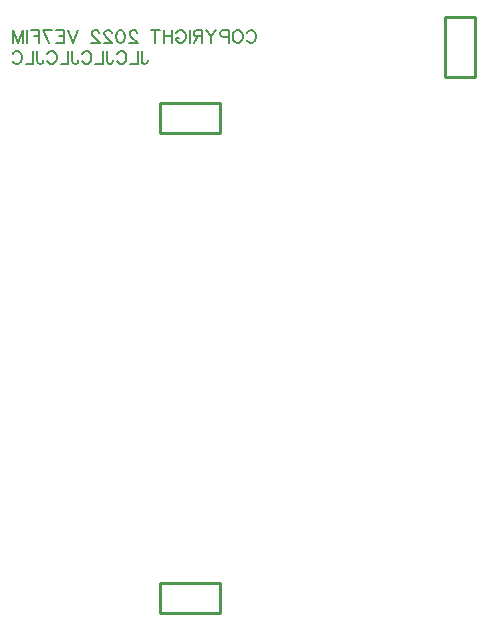
<source format=gbo>
G04 Layer: BottomSilkscreenLayer*
G04 Panelize: , Column: 2, Row: 2, Board Size: 58.42mm x 58.42mm, Panelized Board Size: 118.84mm x 118.84mm*
G04 EasyEDA v6.5.34, 2023-08-21 18:11:39*
G04 c5000755a1824bbf9c005c744657698a,5a6b42c53f6a479593ecc07194224c93,10*
G04 Gerber Generator version 0.2*
G04 Scale: 100 percent, Rotated: No, Reflected: No *
G04 Dimensions in millimeters *
G04 leading zeros omitted , absolute positions ,4 integer and 5 decimal *
%FSLAX45Y45*%
%MOMM*%

%ADD10C,0.1520*%
%ADD11C,0.1524*%
%ADD12C,0.2540*%

%LPD*%
D10*
X1878444Y5423938D02*
G01*
X1878444Y5340812D01*
X1883641Y5325224D01*
X1888835Y5320029D01*
X1899226Y5314835D01*
X1909617Y5314835D01*
X1920008Y5320029D01*
X1925205Y5325224D01*
X1930400Y5340812D01*
X1930400Y5351203D01*
X1844154Y5423938D02*
G01*
X1844154Y5314835D01*
X1844154Y5314835D02*
G01*
X1781810Y5314835D01*
X1669587Y5397962D02*
G01*
X1674784Y5408353D01*
X1685175Y5418744D01*
X1695564Y5423938D01*
X1716346Y5423938D01*
X1726737Y5418744D01*
X1737128Y5408353D01*
X1742325Y5397962D01*
X1747520Y5382374D01*
X1747520Y5356397D01*
X1742325Y5340812D01*
X1737128Y5330421D01*
X1726737Y5320029D01*
X1716346Y5314835D01*
X1695564Y5314835D01*
X1685175Y5320029D01*
X1674784Y5330421D01*
X1669587Y5340812D01*
X1583344Y5423938D02*
G01*
X1583344Y5340812D01*
X1588538Y5325224D01*
X1593735Y5320029D01*
X1604124Y5314835D01*
X1614515Y5314835D01*
X1624906Y5320029D01*
X1630103Y5325224D01*
X1635297Y5340812D01*
X1635297Y5351203D01*
X1549054Y5423938D02*
G01*
X1549054Y5314835D01*
X1549054Y5314835D02*
G01*
X1486707Y5314835D01*
X1374485Y5397962D02*
G01*
X1379682Y5408353D01*
X1390073Y5418744D01*
X1400464Y5423938D01*
X1421244Y5423938D01*
X1431635Y5418744D01*
X1442026Y5408353D01*
X1447223Y5397962D01*
X1452417Y5382374D01*
X1452417Y5356397D01*
X1447223Y5340812D01*
X1442026Y5330421D01*
X1431635Y5320029D01*
X1421244Y5314835D01*
X1400464Y5314835D01*
X1390073Y5320029D01*
X1379682Y5330421D01*
X1374485Y5340812D01*
X1288242Y5423938D02*
G01*
X1288242Y5340812D01*
X1293436Y5325224D01*
X1298633Y5320029D01*
X1309024Y5314835D01*
X1319415Y5314835D01*
X1329804Y5320029D01*
X1335001Y5325224D01*
X1340195Y5340812D01*
X1340195Y5351203D01*
X1253952Y5423938D02*
G01*
X1253952Y5314835D01*
X1253952Y5314835D02*
G01*
X1191605Y5314835D01*
X1079385Y5397962D02*
G01*
X1084579Y5408353D01*
X1094971Y5418744D01*
X1105362Y5423938D01*
X1126144Y5423938D01*
X1136535Y5418744D01*
X1146924Y5408353D01*
X1152121Y5397962D01*
X1157315Y5382374D01*
X1157315Y5356397D01*
X1152121Y5340812D01*
X1146924Y5330421D01*
X1136535Y5320029D01*
X1126144Y5314835D01*
X1105362Y5314835D01*
X1094971Y5320029D01*
X1084579Y5330421D01*
X1079385Y5340812D01*
X993139Y5423938D02*
G01*
X993139Y5340812D01*
X998334Y5325224D01*
X1003531Y5320029D01*
X1013922Y5314835D01*
X1024313Y5314835D01*
X1034704Y5320029D01*
X1039898Y5325224D01*
X1045095Y5340812D01*
X1045095Y5351203D01*
X958850Y5423938D02*
G01*
X958850Y5314835D01*
X958850Y5314835D02*
G01*
X896505Y5314835D01*
X784283Y5397962D02*
G01*
X789477Y5408353D01*
X799868Y5418744D01*
X810260Y5423938D01*
X831042Y5423938D01*
X841433Y5418744D01*
X851824Y5408353D01*
X857018Y5397962D01*
X862215Y5382374D01*
X862215Y5356397D01*
X857018Y5340812D01*
X851824Y5330421D01*
X841433Y5320029D01*
X831042Y5314835D01*
X810260Y5314835D01*
X799868Y5320029D01*
X789477Y5330421D01*
X784283Y5340812D01*
D11*
X2766822Y5575807D02*
G01*
X2772156Y5586221D01*
X2782570Y5596636D01*
X2792729Y5601715D01*
X2813558Y5601715D01*
X2823972Y5596636D01*
X2834386Y5586221D01*
X2839720Y5575807D01*
X2844800Y5560060D01*
X2844800Y5534152D01*
X2839720Y5518657D01*
X2834386Y5508244D01*
X2823972Y5497829D01*
X2813558Y5492750D01*
X2792729Y5492750D01*
X2782570Y5497829D01*
X2772156Y5508244D01*
X2766822Y5518657D01*
X2701290Y5601715D02*
G01*
X2711704Y5596636D01*
X2722118Y5586221D01*
X2727452Y5575807D01*
X2732531Y5560060D01*
X2732531Y5534152D01*
X2727452Y5518657D01*
X2722118Y5508244D01*
X2711704Y5497829D01*
X2701290Y5492750D01*
X2680715Y5492750D01*
X2670302Y5497829D01*
X2659888Y5508244D01*
X2654554Y5518657D01*
X2649474Y5534152D01*
X2649474Y5560060D01*
X2654554Y5575807D01*
X2659888Y5586221D01*
X2670302Y5596636D01*
X2680715Y5601715D01*
X2701290Y5601715D01*
X2615184Y5601715D02*
G01*
X2615184Y5492750D01*
X2615184Y5601715D02*
G01*
X2568447Y5601715D01*
X2552700Y5596636D01*
X2547620Y5591302D01*
X2542540Y5580887D01*
X2542540Y5565394D01*
X2547620Y5554979D01*
X2552700Y5549900D01*
X2568447Y5544565D01*
X2615184Y5544565D01*
X2508250Y5601715D02*
G01*
X2466593Y5549900D01*
X2466593Y5492750D01*
X2424938Y5601715D02*
G01*
X2466593Y5549900D01*
X2390647Y5601715D02*
G01*
X2390647Y5492750D01*
X2390647Y5601715D02*
G01*
X2343911Y5601715D01*
X2328418Y5596636D01*
X2323084Y5591302D01*
X2318004Y5580887D01*
X2318004Y5570473D01*
X2323084Y5560060D01*
X2328418Y5554979D01*
X2343911Y5549900D01*
X2390647Y5549900D01*
X2354325Y5549900D02*
G01*
X2318004Y5492750D01*
X2283713Y5601715D02*
G01*
X2283713Y5492750D01*
X2171445Y5575807D02*
G01*
X2176779Y5586221D01*
X2186940Y5596636D01*
X2197354Y5601715D01*
X2218181Y5601715D01*
X2228595Y5596636D01*
X2239009Y5586221D01*
X2244090Y5575807D01*
X2249424Y5560060D01*
X2249424Y5534152D01*
X2244090Y5518657D01*
X2239009Y5508244D01*
X2228595Y5497829D01*
X2218181Y5492750D01*
X2197354Y5492750D01*
X2186940Y5497829D01*
X2176779Y5508244D01*
X2171445Y5518657D01*
X2171445Y5534152D01*
X2197354Y5534152D02*
G01*
X2171445Y5534152D01*
X2137156Y5601715D02*
G01*
X2137156Y5492750D01*
X2064511Y5601715D02*
G01*
X2064511Y5492750D01*
X2137156Y5549900D02*
G01*
X2064511Y5549900D01*
X1993900Y5601715D02*
G01*
X1993900Y5492750D01*
X2030222Y5601715D02*
G01*
X1957324Y5601715D01*
X1837944Y5575807D02*
G01*
X1837944Y5580887D01*
X1832610Y5591302D01*
X1827529Y5596636D01*
X1817115Y5601715D01*
X1796287Y5601715D01*
X1785873Y5596636D01*
X1780794Y5591302D01*
X1775460Y5580887D01*
X1775460Y5570473D01*
X1780794Y5560060D01*
X1791207Y5544565D01*
X1843023Y5492750D01*
X1770379Y5492750D01*
X1704847Y5601715D02*
G01*
X1720595Y5596636D01*
X1731010Y5580887D01*
X1736089Y5554979D01*
X1736089Y5539486D01*
X1731010Y5513323D01*
X1720595Y5497829D01*
X1704847Y5492750D01*
X1694434Y5492750D01*
X1678939Y5497829D01*
X1668526Y5513323D01*
X1663445Y5539486D01*
X1663445Y5554979D01*
X1668526Y5580887D01*
X1678939Y5596636D01*
X1694434Y5601715D01*
X1704847Y5601715D01*
X1623821Y5575807D02*
G01*
X1623821Y5580887D01*
X1618742Y5591302D01*
X1613407Y5596636D01*
X1602994Y5601715D01*
X1582420Y5601715D01*
X1572005Y5596636D01*
X1566671Y5591302D01*
X1561592Y5580887D01*
X1561592Y5570473D01*
X1566671Y5560060D01*
X1577086Y5544565D01*
X1629155Y5492750D01*
X1556257Y5492750D01*
X1516887Y5575807D02*
G01*
X1516887Y5580887D01*
X1511554Y5591302D01*
X1506473Y5596636D01*
X1496060Y5601715D01*
X1475231Y5601715D01*
X1464818Y5596636D01*
X1459737Y5591302D01*
X1454404Y5580887D01*
X1454404Y5570473D01*
X1459737Y5560060D01*
X1470152Y5544565D01*
X1521968Y5492750D01*
X1449323Y5492750D01*
X1335023Y5601715D02*
G01*
X1293368Y5492750D01*
X1251965Y5601715D02*
G01*
X1293368Y5492750D01*
X1217676Y5601715D02*
G01*
X1217676Y5492750D01*
X1217676Y5601715D02*
G01*
X1150112Y5601715D01*
X1217676Y5549900D02*
G01*
X1176020Y5549900D01*
X1217676Y5492750D02*
G01*
X1150112Y5492750D01*
X1042923Y5601715D02*
G01*
X1094994Y5492750D01*
X1115821Y5601715D02*
G01*
X1042923Y5601715D01*
X1008634Y5601715D02*
G01*
X1008634Y5492750D01*
X1008634Y5601715D02*
G01*
X941070Y5601715D01*
X1008634Y5549900D02*
G01*
X967231Y5549900D01*
X906779Y5601715D02*
G01*
X906779Y5492750D01*
X872489Y5601715D02*
G01*
X872489Y5492750D01*
X872489Y5601715D02*
G01*
X831087Y5492750D01*
X789431Y5601715D02*
G01*
X831087Y5492750D01*
X789431Y5601715D02*
G01*
X789431Y5492750D01*
D12*
X2540012Y915995D02*
G01*
X2540012Y661995D01*
X2032012Y661995D01*
X2032012Y915995D01*
X2540012Y915995D01*
X2540012Y661995D01*
X2540000Y4979987D02*
G01*
X2540000Y4725987D01*
X2032000Y4725987D01*
X2032000Y4979987D01*
X2540000Y4979987D01*
X2540000Y4725987D01*
X4445000Y5715000D02*
G01*
X4699000Y5715000D01*
X4699000Y5207000D01*
X4445000Y5207000D01*
X4445000Y5715000D01*
M02*

</source>
